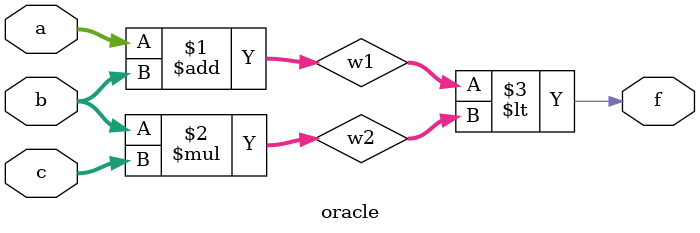
<source format=v>
module oracle(a, b, c, f);
   input [3:0] a, b, c;
   output      f;

   wire [3:0]  w1, w2;

   assign w1 = a + b;
   assign w2 = b * c;
   assign f  = w1 < w2;
endmodule // oracle

</source>
